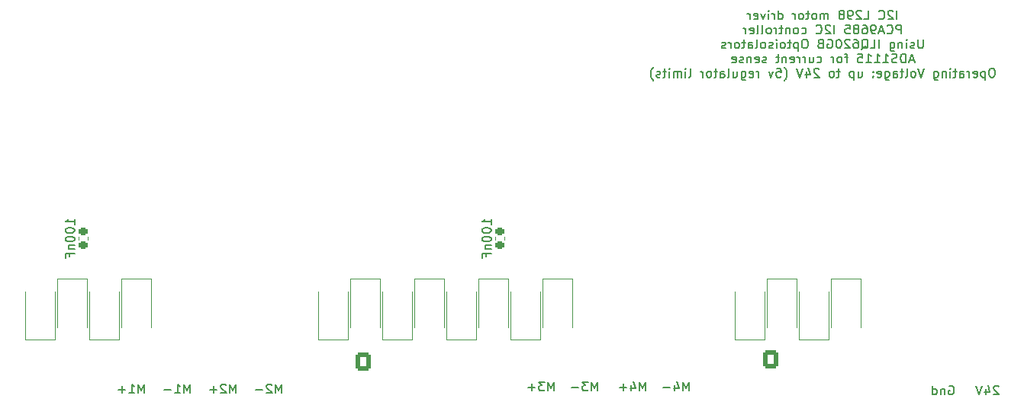
<source format=gbo>
%TF.GenerationSoftware,KiCad,Pcbnew,(6.0.0)*%
%TF.CreationDate,2022-11-20T23:13:48-05:00*%
%TF.ProjectId,i2c l298p,69326320-6c32-4393-9870-2e6b69636164,rev?*%
%TF.SameCoordinates,Original*%
%TF.FileFunction,Legend,Bot*%
%TF.FilePolarity,Positive*%
%FSLAX46Y46*%
G04 Gerber Fmt 4.6, Leading zero omitted, Abs format (unit mm)*
G04 Created by KiCad (PCBNEW (6.0.0)) date 2022-11-20 23:13:48*
%MOMM*%
%LPD*%
G01*
G04 APERTURE LIST*
G04 Aperture macros list*
%AMRoundRect*
0 Rectangle with rounded corners*
0 $1 Rounding radius*
0 $2 $3 $4 $5 $6 $7 $8 $9 X,Y pos of 4 corners*
0 Add a 4 corners polygon primitive as box body*
4,1,4,$2,$3,$4,$5,$6,$7,$8,$9,$2,$3,0*
0 Add four circle primitives for the rounded corners*
1,1,$1+$1,$2,$3*
1,1,$1+$1,$4,$5*
1,1,$1+$1,$6,$7*
1,1,$1+$1,$8,$9*
0 Add four rect primitives between the rounded corners*
20,1,$1+$1,$2,$3,$4,$5,0*
20,1,$1+$1,$4,$5,$6,$7,0*
20,1,$1+$1,$6,$7,$8,$9,0*
20,1,$1+$1,$8,$9,$2,$3,0*%
G04 Aperture macros list end*
%ADD10C,0.150000*%
%ADD11C,0.120000*%
%ADD12R,2.600000X2.600000*%
%ADD13C,2.600000*%
%ADD14RoundRect,0.250000X-0.600000X-0.725000X0.600000X-0.725000X0.600000X0.725000X-0.600000X0.725000X0*%
%ADD15O,1.700000X1.950000*%
%ADD16R,1.800000X1.800000*%
%ADD17O,1.800000X1.800000*%
%ADD18C,3.200000*%
%ADD19O,3.500000X3.500000*%
%ADD20R,2.000000X1.905000*%
%ADD21O,2.000000X1.905000*%
%ADD22R,1.600000X1.600000*%
%ADD23C,1.600000*%
%ADD24R,1.700000X1.700000*%
%ADD25O,1.700000X1.700000*%
%ADD26RoundRect,0.225000X0.250000X-0.225000X0.250000X0.225000X-0.250000X0.225000X-0.250000X-0.225000X0*%
%ADD27R,1.800000X2.500000*%
G04 APERTURE END LIST*
D10*
X124618571Y-128976380D02*
X124618571Y-127976380D01*
X124285238Y-128690666D01*
X123951904Y-127976380D01*
X123951904Y-128976380D01*
X123523333Y-128071619D02*
X123475714Y-128024000D01*
X123380476Y-127976380D01*
X123142380Y-127976380D01*
X123047142Y-128024000D01*
X122999523Y-128071619D01*
X122951904Y-128166857D01*
X122951904Y-128262095D01*
X122999523Y-128404952D01*
X123570952Y-128976380D01*
X122951904Y-128976380D01*
X122523333Y-128595428D02*
X121761428Y-128595428D01*
X192896095Y-87402380D02*
X192896095Y-86402380D01*
X192467523Y-86497619D02*
X192419904Y-86450000D01*
X192324666Y-86402380D01*
X192086571Y-86402380D01*
X191991333Y-86450000D01*
X191943714Y-86497619D01*
X191896095Y-86592857D01*
X191896095Y-86688095D01*
X191943714Y-86830952D01*
X192515142Y-87402380D01*
X191896095Y-87402380D01*
X190896095Y-87307142D02*
X190943714Y-87354761D01*
X191086571Y-87402380D01*
X191181809Y-87402380D01*
X191324666Y-87354761D01*
X191419904Y-87259523D01*
X191467523Y-87164285D01*
X191515142Y-86973809D01*
X191515142Y-86830952D01*
X191467523Y-86640476D01*
X191419904Y-86545238D01*
X191324666Y-86450000D01*
X191181809Y-86402380D01*
X191086571Y-86402380D01*
X190943714Y-86450000D01*
X190896095Y-86497619D01*
X189229428Y-87402380D02*
X189705619Y-87402380D01*
X189705619Y-86402380D01*
X188943714Y-86497619D02*
X188896095Y-86450000D01*
X188800857Y-86402380D01*
X188562761Y-86402380D01*
X188467523Y-86450000D01*
X188419904Y-86497619D01*
X188372285Y-86592857D01*
X188372285Y-86688095D01*
X188419904Y-86830952D01*
X188991333Y-87402380D01*
X188372285Y-87402380D01*
X187896095Y-87402380D02*
X187705619Y-87402380D01*
X187610380Y-87354761D01*
X187562761Y-87307142D01*
X187467523Y-87164285D01*
X187419904Y-86973809D01*
X187419904Y-86592857D01*
X187467523Y-86497619D01*
X187515142Y-86450000D01*
X187610380Y-86402380D01*
X187800857Y-86402380D01*
X187896095Y-86450000D01*
X187943714Y-86497619D01*
X187991333Y-86592857D01*
X187991333Y-86830952D01*
X187943714Y-86926190D01*
X187896095Y-86973809D01*
X187800857Y-87021428D01*
X187610380Y-87021428D01*
X187515142Y-86973809D01*
X187467523Y-86926190D01*
X187419904Y-86830952D01*
X186848476Y-86830952D02*
X186943714Y-86783333D01*
X186991333Y-86735714D01*
X187038952Y-86640476D01*
X187038952Y-86592857D01*
X186991333Y-86497619D01*
X186943714Y-86450000D01*
X186848476Y-86402380D01*
X186658000Y-86402380D01*
X186562761Y-86450000D01*
X186515142Y-86497619D01*
X186467523Y-86592857D01*
X186467523Y-86640476D01*
X186515142Y-86735714D01*
X186562761Y-86783333D01*
X186658000Y-86830952D01*
X186848476Y-86830952D01*
X186943714Y-86878571D01*
X186991333Y-86926190D01*
X187038952Y-87021428D01*
X187038952Y-87211904D01*
X186991333Y-87307142D01*
X186943714Y-87354761D01*
X186848476Y-87402380D01*
X186658000Y-87402380D01*
X186562761Y-87354761D01*
X186515142Y-87307142D01*
X186467523Y-87211904D01*
X186467523Y-87021428D01*
X186515142Y-86926190D01*
X186562761Y-86878571D01*
X186658000Y-86830952D01*
X185277047Y-87402380D02*
X185277047Y-86735714D01*
X185277047Y-86830952D02*
X185229428Y-86783333D01*
X185134190Y-86735714D01*
X184991333Y-86735714D01*
X184896095Y-86783333D01*
X184848476Y-86878571D01*
X184848476Y-87402380D01*
X184848476Y-86878571D02*
X184800857Y-86783333D01*
X184705619Y-86735714D01*
X184562761Y-86735714D01*
X184467523Y-86783333D01*
X184419904Y-86878571D01*
X184419904Y-87402380D01*
X183800857Y-87402380D02*
X183896095Y-87354761D01*
X183943714Y-87307142D01*
X183991333Y-87211904D01*
X183991333Y-86926190D01*
X183943714Y-86830952D01*
X183896095Y-86783333D01*
X183800857Y-86735714D01*
X183658000Y-86735714D01*
X183562761Y-86783333D01*
X183515142Y-86830952D01*
X183467523Y-86926190D01*
X183467523Y-87211904D01*
X183515142Y-87307142D01*
X183562761Y-87354761D01*
X183658000Y-87402380D01*
X183800857Y-87402380D01*
X183181809Y-86735714D02*
X182800857Y-86735714D01*
X183038952Y-86402380D02*
X183038952Y-87259523D01*
X182991333Y-87354761D01*
X182896095Y-87402380D01*
X182800857Y-87402380D01*
X182324666Y-87402380D02*
X182419904Y-87354761D01*
X182467523Y-87307142D01*
X182515142Y-87211904D01*
X182515142Y-86926190D01*
X182467523Y-86830952D01*
X182419904Y-86783333D01*
X182324666Y-86735714D01*
X182181809Y-86735714D01*
X182086571Y-86783333D01*
X182038952Y-86830952D01*
X181991333Y-86926190D01*
X181991333Y-87211904D01*
X182038952Y-87307142D01*
X182086571Y-87354761D01*
X182181809Y-87402380D01*
X182324666Y-87402380D01*
X181562761Y-87402380D02*
X181562761Y-86735714D01*
X181562761Y-86926190D02*
X181515142Y-86830952D01*
X181467523Y-86783333D01*
X181372285Y-86735714D01*
X181277047Y-86735714D01*
X179753238Y-87402380D02*
X179753238Y-86402380D01*
X179753238Y-87354761D02*
X179848476Y-87402380D01*
X180038952Y-87402380D01*
X180134190Y-87354761D01*
X180181809Y-87307142D01*
X180229428Y-87211904D01*
X180229428Y-86926190D01*
X180181809Y-86830952D01*
X180134190Y-86783333D01*
X180038952Y-86735714D01*
X179848476Y-86735714D01*
X179753238Y-86783333D01*
X179277047Y-87402380D02*
X179277047Y-86735714D01*
X179277047Y-86926190D02*
X179229428Y-86830952D01*
X179181809Y-86783333D01*
X179086571Y-86735714D01*
X178991333Y-86735714D01*
X178658000Y-87402380D02*
X178658000Y-86735714D01*
X178658000Y-86402380D02*
X178705619Y-86450000D01*
X178658000Y-86497619D01*
X178610380Y-86450000D01*
X178658000Y-86402380D01*
X178658000Y-86497619D01*
X178277047Y-86735714D02*
X178038952Y-87402380D01*
X177800857Y-86735714D01*
X177038952Y-87354761D02*
X177134190Y-87402380D01*
X177324666Y-87402380D01*
X177419904Y-87354761D01*
X177467523Y-87259523D01*
X177467523Y-86878571D01*
X177419904Y-86783333D01*
X177324666Y-86735714D01*
X177134190Y-86735714D01*
X177038952Y-86783333D01*
X176991333Y-86878571D01*
X176991333Y-86973809D01*
X177467523Y-87069047D01*
X176562761Y-87402380D02*
X176562761Y-86735714D01*
X176562761Y-86926190D02*
X176515142Y-86830952D01*
X176467523Y-86783333D01*
X176372285Y-86735714D01*
X176277047Y-86735714D01*
X193372285Y-89012380D02*
X193372285Y-88012380D01*
X192991333Y-88012380D01*
X192896095Y-88060000D01*
X192848476Y-88107619D01*
X192800857Y-88202857D01*
X192800857Y-88345714D01*
X192848476Y-88440952D01*
X192896095Y-88488571D01*
X192991333Y-88536190D01*
X193372285Y-88536190D01*
X191800857Y-88917142D02*
X191848476Y-88964761D01*
X191991333Y-89012380D01*
X192086571Y-89012380D01*
X192229428Y-88964761D01*
X192324666Y-88869523D01*
X192372285Y-88774285D01*
X192419904Y-88583809D01*
X192419904Y-88440952D01*
X192372285Y-88250476D01*
X192324666Y-88155238D01*
X192229428Y-88060000D01*
X192086571Y-88012380D01*
X191991333Y-88012380D01*
X191848476Y-88060000D01*
X191800857Y-88107619D01*
X191419904Y-88726666D02*
X190943714Y-88726666D01*
X191515142Y-89012380D02*
X191181809Y-88012380D01*
X190848476Y-89012380D01*
X190467523Y-89012380D02*
X190277047Y-89012380D01*
X190181809Y-88964761D01*
X190134190Y-88917142D01*
X190038952Y-88774285D01*
X189991333Y-88583809D01*
X189991333Y-88202857D01*
X190038952Y-88107619D01*
X190086571Y-88060000D01*
X190181809Y-88012380D01*
X190372285Y-88012380D01*
X190467523Y-88060000D01*
X190515142Y-88107619D01*
X190562761Y-88202857D01*
X190562761Y-88440952D01*
X190515142Y-88536190D01*
X190467523Y-88583809D01*
X190372285Y-88631428D01*
X190181809Y-88631428D01*
X190086571Y-88583809D01*
X190038952Y-88536190D01*
X189991333Y-88440952D01*
X189134190Y-88012380D02*
X189324666Y-88012380D01*
X189419904Y-88060000D01*
X189467523Y-88107619D01*
X189562761Y-88250476D01*
X189610380Y-88440952D01*
X189610380Y-88821904D01*
X189562761Y-88917142D01*
X189515142Y-88964761D01*
X189419904Y-89012380D01*
X189229428Y-89012380D01*
X189134190Y-88964761D01*
X189086571Y-88917142D01*
X189038952Y-88821904D01*
X189038952Y-88583809D01*
X189086571Y-88488571D01*
X189134190Y-88440952D01*
X189229428Y-88393333D01*
X189419904Y-88393333D01*
X189515142Y-88440952D01*
X189562761Y-88488571D01*
X189610380Y-88583809D01*
X188467523Y-88440952D02*
X188562761Y-88393333D01*
X188610380Y-88345714D01*
X188658000Y-88250476D01*
X188658000Y-88202857D01*
X188610380Y-88107619D01*
X188562761Y-88060000D01*
X188467523Y-88012380D01*
X188277047Y-88012380D01*
X188181809Y-88060000D01*
X188134190Y-88107619D01*
X188086571Y-88202857D01*
X188086571Y-88250476D01*
X188134190Y-88345714D01*
X188181809Y-88393333D01*
X188277047Y-88440952D01*
X188467523Y-88440952D01*
X188562761Y-88488571D01*
X188610380Y-88536190D01*
X188658000Y-88631428D01*
X188658000Y-88821904D01*
X188610380Y-88917142D01*
X188562761Y-88964761D01*
X188467523Y-89012380D01*
X188277047Y-89012380D01*
X188181809Y-88964761D01*
X188134190Y-88917142D01*
X188086571Y-88821904D01*
X188086571Y-88631428D01*
X188134190Y-88536190D01*
X188181809Y-88488571D01*
X188277047Y-88440952D01*
X187181809Y-88012380D02*
X187658000Y-88012380D01*
X187705619Y-88488571D01*
X187658000Y-88440952D01*
X187562761Y-88393333D01*
X187324666Y-88393333D01*
X187229428Y-88440952D01*
X187181809Y-88488571D01*
X187134190Y-88583809D01*
X187134190Y-88821904D01*
X187181809Y-88917142D01*
X187229428Y-88964761D01*
X187324666Y-89012380D01*
X187562761Y-89012380D01*
X187658000Y-88964761D01*
X187705619Y-88917142D01*
X185943714Y-89012380D02*
X185943714Y-88012380D01*
X185515142Y-88107619D02*
X185467523Y-88060000D01*
X185372285Y-88012380D01*
X185134190Y-88012380D01*
X185038952Y-88060000D01*
X184991333Y-88107619D01*
X184943714Y-88202857D01*
X184943714Y-88298095D01*
X184991333Y-88440952D01*
X185562761Y-89012380D01*
X184943714Y-89012380D01*
X183943714Y-88917142D02*
X183991333Y-88964761D01*
X184134190Y-89012380D01*
X184229428Y-89012380D01*
X184372285Y-88964761D01*
X184467523Y-88869523D01*
X184515142Y-88774285D01*
X184562761Y-88583809D01*
X184562761Y-88440952D01*
X184515142Y-88250476D01*
X184467523Y-88155238D01*
X184372285Y-88060000D01*
X184229428Y-88012380D01*
X184134190Y-88012380D01*
X183991333Y-88060000D01*
X183943714Y-88107619D01*
X182324666Y-88964761D02*
X182419904Y-89012380D01*
X182610380Y-89012380D01*
X182705619Y-88964761D01*
X182753238Y-88917142D01*
X182800857Y-88821904D01*
X182800857Y-88536190D01*
X182753238Y-88440952D01*
X182705619Y-88393333D01*
X182610380Y-88345714D01*
X182419904Y-88345714D01*
X182324666Y-88393333D01*
X181753238Y-89012380D02*
X181848476Y-88964761D01*
X181896095Y-88917142D01*
X181943714Y-88821904D01*
X181943714Y-88536190D01*
X181896095Y-88440952D01*
X181848476Y-88393333D01*
X181753238Y-88345714D01*
X181610380Y-88345714D01*
X181515142Y-88393333D01*
X181467523Y-88440952D01*
X181419904Y-88536190D01*
X181419904Y-88821904D01*
X181467523Y-88917142D01*
X181515142Y-88964761D01*
X181610380Y-89012380D01*
X181753238Y-89012380D01*
X180991333Y-88345714D02*
X180991333Y-89012380D01*
X180991333Y-88440952D02*
X180943714Y-88393333D01*
X180848476Y-88345714D01*
X180705619Y-88345714D01*
X180610380Y-88393333D01*
X180562761Y-88488571D01*
X180562761Y-89012380D01*
X180229428Y-88345714D02*
X179848476Y-88345714D01*
X180086571Y-88012380D02*
X180086571Y-88869523D01*
X180038952Y-88964761D01*
X179943714Y-89012380D01*
X179848476Y-89012380D01*
X179515142Y-89012380D02*
X179515142Y-88345714D01*
X179515142Y-88536190D02*
X179467523Y-88440952D01*
X179419904Y-88393333D01*
X179324666Y-88345714D01*
X179229428Y-88345714D01*
X178753238Y-89012380D02*
X178848476Y-88964761D01*
X178896095Y-88917142D01*
X178943714Y-88821904D01*
X178943714Y-88536190D01*
X178896095Y-88440952D01*
X178848476Y-88393333D01*
X178753238Y-88345714D01*
X178610380Y-88345714D01*
X178515142Y-88393333D01*
X178467523Y-88440952D01*
X178419904Y-88536190D01*
X178419904Y-88821904D01*
X178467523Y-88917142D01*
X178515142Y-88964761D01*
X178610380Y-89012380D01*
X178753238Y-89012380D01*
X177848476Y-89012380D02*
X177943714Y-88964761D01*
X177991333Y-88869523D01*
X177991333Y-88012380D01*
X177324666Y-89012380D02*
X177419904Y-88964761D01*
X177467523Y-88869523D01*
X177467523Y-88012380D01*
X176562761Y-88964761D02*
X176658000Y-89012380D01*
X176848476Y-89012380D01*
X176943714Y-88964761D01*
X176991333Y-88869523D01*
X176991333Y-88488571D01*
X176943714Y-88393333D01*
X176848476Y-88345714D01*
X176658000Y-88345714D01*
X176562761Y-88393333D01*
X176515142Y-88488571D01*
X176515142Y-88583809D01*
X176991333Y-88679047D01*
X176086571Y-89012380D02*
X176086571Y-88345714D01*
X176086571Y-88536190D02*
X176038952Y-88440952D01*
X175991333Y-88393333D01*
X175896095Y-88345714D01*
X175800857Y-88345714D01*
X195824666Y-89622380D02*
X195824666Y-90431904D01*
X195777047Y-90527142D01*
X195729428Y-90574761D01*
X195634190Y-90622380D01*
X195443714Y-90622380D01*
X195348476Y-90574761D01*
X195300857Y-90527142D01*
X195253238Y-90431904D01*
X195253238Y-89622380D01*
X194824666Y-90574761D02*
X194729428Y-90622380D01*
X194538952Y-90622380D01*
X194443714Y-90574761D01*
X194396095Y-90479523D01*
X194396095Y-90431904D01*
X194443714Y-90336666D01*
X194538952Y-90289047D01*
X194681809Y-90289047D01*
X194777047Y-90241428D01*
X194824666Y-90146190D01*
X194824666Y-90098571D01*
X194777047Y-90003333D01*
X194681809Y-89955714D01*
X194538952Y-89955714D01*
X194443714Y-90003333D01*
X193967523Y-90622380D02*
X193967523Y-89955714D01*
X193967523Y-89622380D02*
X194015142Y-89670000D01*
X193967523Y-89717619D01*
X193919904Y-89670000D01*
X193967523Y-89622380D01*
X193967523Y-89717619D01*
X193491333Y-89955714D02*
X193491333Y-90622380D01*
X193491333Y-90050952D02*
X193443714Y-90003333D01*
X193348476Y-89955714D01*
X193205619Y-89955714D01*
X193110380Y-90003333D01*
X193062761Y-90098571D01*
X193062761Y-90622380D01*
X192158000Y-89955714D02*
X192158000Y-90765238D01*
X192205619Y-90860476D01*
X192253238Y-90908095D01*
X192348476Y-90955714D01*
X192491333Y-90955714D01*
X192586571Y-90908095D01*
X192158000Y-90574761D02*
X192253238Y-90622380D01*
X192443714Y-90622380D01*
X192538952Y-90574761D01*
X192586571Y-90527142D01*
X192634190Y-90431904D01*
X192634190Y-90146190D01*
X192586571Y-90050952D01*
X192538952Y-90003333D01*
X192443714Y-89955714D01*
X192253238Y-89955714D01*
X192158000Y-90003333D01*
X190919904Y-90622380D02*
X190919904Y-89622380D01*
X189967523Y-90622380D02*
X190443714Y-90622380D01*
X190443714Y-89622380D01*
X188967523Y-90717619D02*
X189062761Y-90670000D01*
X189158000Y-90574761D01*
X189300857Y-90431904D01*
X189396095Y-90384285D01*
X189491333Y-90384285D01*
X189443714Y-90622380D02*
X189538952Y-90574761D01*
X189634190Y-90479523D01*
X189681809Y-90289047D01*
X189681809Y-89955714D01*
X189634190Y-89765238D01*
X189538952Y-89670000D01*
X189443714Y-89622380D01*
X189253238Y-89622380D01*
X189158000Y-89670000D01*
X189062761Y-89765238D01*
X189015142Y-89955714D01*
X189015142Y-90289047D01*
X189062761Y-90479523D01*
X189158000Y-90574761D01*
X189253238Y-90622380D01*
X189443714Y-90622380D01*
X188158000Y-89622380D02*
X188348476Y-89622380D01*
X188443714Y-89670000D01*
X188491333Y-89717619D01*
X188586571Y-89860476D01*
X188634190Y-90050952D01*
X188634190Y-90431904D01*
X188586571Y-90527142D01*
X188538952Y-90574761D01*
X188443714Y-90622380D01*
X188253238Y-90622380D01*
X188158000Y-90574761D01*
X188110380Y-90527142D01*
X188062761Y-90431904D01*
X188062761Y-90193809D01*
X188110380Y-90098571D01*
X188158000Y-90050952D01*
X188253238Y-90003333D01*
X188443714Y-90003333D01*
X188538952Y-90050952D01*
X188586571Y-90098571D01*
X188634190Y-90193809D01*
X187681809Y-89717619D02*
X187634190Y-89670000D01*
X187538952Y-89622380D01*
X187300857Y-89622380D01*
X187205619Y-89670000D01*
X187158000Y-89717619D01*
X187110380Y-89812857D01*
X187110380Y-89908095D01*
X187158000Y-90050952D01*
X187729428Y-90622380D01*
X187110380Y-90622380D01*
X186491333Y-89622380D02*
X186396095Y-89622380D01*
X186300857Y-89670000D01*
X186253238Y-89717619D01*
X186205619Y-89812857D01*
X186158000Y-90003333D01*
X186158000Y-90241428D01*
X186205619Y-90431904D01*
X186253238Y-90527142D01*
X186300857Y-90574761D01*
X186396095Y-90622380D01*
X186491333Y-90622380D01*
X186586571Y-90574761D01*
X186634190Y-90527142D01*
X186681809Y-90431904D01*
X186729428Y-90241428D01*
X186729428Y-90003333D01*
X186681809Y-89812857D01*
X186634190Y-89717619D01*
X186586571Y-89670000D01*
X186491333Y-89622380D01*
X185205619Y-89670000D02*
X185300857Y-89622380D01*
X185443714Y-89622380D01*
X185586571Y-89670000D01*
X185681809Y-89765238D01*
X185729428Y-89860476D01*
X185777047Y-90050952D01*
X185777047Y-90193809D01*
X185729428Y-90384285D01*
X185681809Y-90479523D01*
X185586571Y-90574761D01*
X185443714Y-90622380D01*
X185348476Y-90622380D01*
X185205619Y-90574761D01*
X185158000Y-90527142D01*
X185158000Y-90193809D01*
X185348476Y-90193809D01*
X184396095Y-90098571D02*
X184253238Y-90146190D01*
X184205619Y-90193809D01*
X184158000Y-90289047D01*
X184158000Y-90431904D01*
X184205619Y-90527142D01*
X184253238Y-90574761D01*
X184348476Y-90622380D01*
X184729428Y-90622380D01*
X184729428Y-89622380D01*
X184396095Y-89622380D01*
X184300857Y-89670000D01*
X184253238Y-89717619D01*
X184205619Y-89812857D01*
X184205619Y-89908095D01*
X184253238Y-90003333D01*
X184300857Y-90050952D01*
X184396095Y-90098571D01*
X184729428Y-90098571D01*
X182777047Y-89622380D02*
X182586571Y-89622380D01*
X182491333Y-89670000D01*
X182396095Y-89765238D01*
X182348476Y-89955714D01*
X182348476Y-90289047D01*
X182396095Y-90479523D01*
X182491333Y-90574761D01*
X182586571Y-90622380D01*
X182777047Y-90622380D01*
X182872285Y-90574761D01*
X182967523Y-90479523D01*
X183015142Y-90289047D01*
X183015142Y-89955714D01*
X182967523Y-89765238D01*
X182872285Y-89670000D01*
X182777047Y-89622380D01*
X181919904Y-89955714D02*
X181919904Y-90955714D01*
X181919904Y-90003333D02*
X181824666Y-89955714D01*
X181634190Y-89955714D01*
X181538952Y-90003333D01*
X181491333Y-90050952D01*
X181443714Y-90146190D01*
X181443714Y-90431904D01*
X181491333Y-90527142D01*
X181538952Y-90574761D01*
X181634190Y-90622380D01*
X181824666Y-90622380D01*
X181919904Y-90574761D01*
X181158000Y-89955714D02*
X180777047Y-89955714D01*
X181015142Y-89622380D02*
X181015142Y-90479523D01*
X180967523Y-90574761D01*
X180872285Y-90622380D01*
X180777047Y-90622380D01*
X180300857Y-90622380D02*
X180396095Y-90574761D01*
X180443714Y-90527142D01*
X180491333Y-90431904D01*
X180491333Y-90146190D01*
X180443714Y-90050952D01*
X180396095Y-90003333D01*
X180300857Y-89955714D01*
X180158000Y-89955714D01*
X180062761Y-90003333D01*
X180015142Y-90050952D01*
X179967523Y-90146190D01*
X179967523Y-90431904D01*
X180015142Y-90527142D01*
X180062761Y-90574761D01*
X180158000Y-90622380D01*
X180300857Y-90622380D01*
X179538952Y-90622380D02*
X179538952Y-89955714D01*
X179538952Y-89622380D02*
X179586571Y-89670000D01*
X179538952Y-89717619D01*
X179491333Y-89670000D01*
X179538952Y-89622380D01*
X179538952Y-89717619D01*
X179110380Y-90574761D02*
X179015142Y-90622380D01*
X178824666Y-90622380D01*
X178729428Y-90574761D01*
X178681809Y-90479523D01*
X178681809Y-90431904D01*
X178729428Y-90336666D01*
X178824666Y-90289047D01*
X178967523Y-90289047D01*
X179062761Y-90241428D01*
X179110380Y-90146190D01*
X179110380Y-90098571D01*
X179062761Y-90003333D01*
X178967523Y-89955714D01*
X178824666Y-89955714D01*
X178729428Y-90003333D01*
X178110380Y-90622380D02*
X178205619Y-90574761D01*
X178253238Y-90527142D01*
X178300857Y-90431904D01*
X178300857Y-90146190D01*
X178253238Y-90050952D01*
X178205619Y-90003333D01*
X178110380Y-89955714D01*
X177967523Y-89955714D01*
X177872285Y-90003333D01*
X177824666Y-90050952D01*
X177777047Y-90146190D01*
X177777047Y-90431904D01*
X177824666Y-90527142D01*
X177872285Y-90574761D01*
X177967523Y-90622380D01*
X178110380Y-90622380D01*
X177205619Y-90622380D02*
X177300857Y-90574761D01*
X177348476Y-90479523D01*
X177348476Y-89622380D01*
X176396095Y-90622380D02*
X176396095Y-90098571D01*
X176443714Y-90003333D01*
X176538952Y-89955714D01*
X176729428Y-89955714D01*
X176824666Y-90003333D01*
X176396095Y-90574761D02*
X176491333Y-90622380D01*
X176729428Y-90622380D01*
X176824666Y-90574761D01*
X176872285Y-90479523D01*
X176872285Y-90384285D01*
X176824666Y-90289047D01*
X176729428Y-90241428D01*
X176491333Y-90241428D01*
X176396095Y-90193809D01*
X176062761Y-89955714D02*
X175681809Y-89955714D01*
X175919904Y-89622380D02*
X175919904Y-90479523D01*
X175872285Y-90574761D01*
X175777047Y-90622380D01*
X175681809Y-90622380D01*
X175205619Y-90622380D02*
X175300857Y-90574761D01*
X175348476Y-90527142D01*
X175396095Y-90431904D01*
X175396095Y-90146190D01*
X175348476Y-90050952D01*
X175300857Y-90003333D01*
X175205619Y-89955714D01*
X175062761Y-89955714D01*
X174967523Y-90003333D01*
X174919904Y-90050952D01*
X174872285Y-90146190D01*
X174872285Y-90431904D01*
X174919904Y-90527142D01*
X174967523Y-90574761D01*
X175062761Y-90622380D01*
X175205619Y-90622380D01*
X174443714Y-90622380D02*
X174443714Y-89955714D01*
X174443714Y-90146190D02*
X174396095Y-90050952D01*
X174348476Y-90003333D01*
X174253238Y-89955714D01*
X174158000Y-89955714D01*
X173872285Y-90574761D02*
X173777047Y-90622380D01*
X173586571Y-90622380D01*
X173491333Y-90574761D01*
X173443714Y-90479523D01*
X173443714Y-90431904D01*
X173491333Y-90336666D01*
X173586571Y-90289047D01*
X173729428Y-90289047D01*
X173824666Y-90241428D01*
X173872285Y-90146190D01*
X173872285Y-90098571D01*
X173824666Y-90003333D01*
X173729428Y-89955714D01*
X173586571Y-89955714D01*
X173491333Y-90003333D01*
X194753238Y-91946666D02*
X194277047Y-91946666D01*
X194848476Y-92232380D02*
X194515142Y-91232380D01*
X194181809Y-92232380D01*
X193848476Y-92232380D02*
X193848476Y-91232380D01*
X193610380Y-91232380D01*
X193467523Y-91280000D01*
X193372285Y-91375238D01*
X193324666Y-91470476D01*
X193277047Y-91660952D01*
X193277047Y-91803809D01*
X193324666Y-91994285D01*
X193372285Y-92089523D01*
X193467523Y-92184761D01*
X193610380Y-92232380D01*
X193848476Y-92232380D01*
X192896095Y-92184761D02*
X192753238Y-92232380D01*
X192515142Y-92232380D01*
X192419904Y-92184761D01*
X192372285Y-92137142D01*
X192324666Y-92041904D01*
X192324666Y-91946666D01*
X192372285Y-91851428D01*
X192419904Y-91803809D01*
X192515142Y-91756190D01*
X192705619Y-91708571D01*
X192800857Y-91660952D01*
X192848476Y-91613333D01*
X192896095Y-91518095D01*
X192896095Y-91422857D01*
X192848476Y-91327619D01*
X192800857Y-91280000D01*
X192705619Y-91232380D01*
X192467523Y-91232380D01*
X192324666Y-91280000D01*
X191372285Y-92232380D02*
X191943714Y-92232380D01*
X191658000Y-92232380D02*
X191658000Y-91232380D01*
X191753238Y-91375238D01*
X191848476Y-91470476D01*
X191943714Y-91518095D01*
X190419904Y-92232380D02*
X190991333Y-92232380D01*
X190705619Y-92232380D02*
X190705619Y-91232380D01*
X190800857Y-91375238D01*
X190896095Y-91470476D01*
X190991333Y-91518095D01*
X189467523Y-92232380D02*
X190038952Y-92232380D01*
X189753238Y-92232380D02*
X189753238Y-91232380D01*
X189848476Y-91375238D01*
X189943714Y-91470476D01*
X190038952Y-91518095D01*
X188562761Y-91232380D02*
X189038952Y-91232380D01*
X189086571Y-91708571D01*
X189038952Y-91660952D01*
X188943714Y-91613333D01*
X188705619Y-91613333D01*
X188610380Y-91660952D01*
X188562761Y-91708571D01*
X188515142Y-91803809D01*
X188515142Y-92041904D01*
X188562761Y-92137142D01*
X188610380Y-92184761D01*
X188705619Y-92232380D01*
X188943714Y-92232380D01*
X189038952Y-92184761D01*
X189086571Y-92137142D01*
X187467523Y-91565714D02*
X187086571Y-91565714D01*
X187324666Y-92232380D02*
X187324666Y-91375238D01*
X187277047Y-91280000D01*
X187181809Y-91232380D01*
X187086571Y-91232380D01*
X186610380Y-92232380D02*
X186705619Y-92184761D01*
X186753238Y-92137142D01*
X186800857Y-92041904D01*
X186800857Y-91756190D01*
X186753238Y-91660952D01*
X186705619Y-91613333D01*
X186610380Y-91565714D01*
X186467523Y-91565714D01*
X186372285Y-91613333D01*
X186324666Y-91660952D01*
X186277047Y-91756190D01*
X186277047Y-92041904D01*
X186324666Y-92137142D01*
X186372285Y-92184761D01*
X186467523Y-92232380D01*
X186610380Y-92232380D01*
X185848476Y-92232380D02*
X185848476Y-91565714D01*
X185848476Y-91756190D02*
X185800857Y-91660952D01*
X185753238Y-91613333D01*
X185658000Y-91565714D01*
X185562761Y-91565714D01*
X184038952Y-92184761D02*
X184134190Y-92232380D01*
X184324666Y-92232380D01*
X184419904Y-92184761D01*
X184467523Y-92137142D01*
X184515142Y-92041904D01*
X184515142Y-91756190D01*
X184467523Y-91660952D01*
X184419904Y-91613333D01*
X184324666Y-91565714D01*
X184134190Y-91565714D01*
X184038952Y-91613333D01*
X183181809Y-91565714D02*
X183181809Y-92232380D01*
X183610380Y-91565714D02*
X183610380Y-92089523D01*
X183562761Y-92184761D01*
X183467523Y-92232380D01*
X183324666Y-92232380D01*
X183229428Y-92184761D01*
X183181809Y-92137142D01*
X182705619Y-92232380D02*
X182705619Y-91565714D01*
X182705619Y-91756190D02*
X182658000Y-91660952D01*
X182610380Y-91613333D01*
X182515142Y-91565714D01*
X182419904Y-91565714D01*
X182086571Y-92232380D02*
X182086571Y-91565714D01*
X182086571Y-91756190D02*
X182038952Y-91660952D01*
X181991333Y-91613333D01*
X181896095Y-91565714D01*
X181800857Y-91565714D01*
X181086571Y-92184761D02*
X181181809Y-92232380D01*
X181372285Y-92232380D01*
X181467523Y-92184761D01*
X181515142Y-92089523D01*
X181515142Y-91708571D01*
X181467523Y-91613333D01*
X181372285Y-91565714D01*
X181181809Y-91565714D01*
X181086571Y-91613333D01*
X181038952Y-91708571D01*
X181038952Y-91803809D01*
X181515142Y-91899047D01*
X180610380Y-91565714D02*
X180610380Y-92232380D01*
X180610380Y-91660952D02*
X180562761Y-91613333D01*
X180467523Y-91565714D01*
X180324666Y-91565714D01*
X180229428Y-91613333D01*
X180181809Y-91708571D01*
X180181809Y-92232380D01*
X179848476Y-91565714D02*
X179467523Y-91565714D01*
X179705619Y-91232380D02*
X179705619Y-92089523D01*
X179658000Y-92184761D01*
X179562761Y-92232380D01*
X179467523Y-92232380D01*
X178419904Y-92184761D02*
X178324666Y-92232380D01*
X178134190Y-92232380D01*
X178038952Y-92184761D01*
X177991333Y-92089523D01*
X177991333Y-92041904D01*
X178038952Y-91946666D01*
X178134190Y-91899047D01*
X178277047Y-91899047D01*
X178372285Y-91851428D01*
X178419904Y-91756190D01*
X178419904Y-91708571D01*
X178372285Y-91613333D01*
X178277047Y-91565714D01*
X178134190Y-91565714D01*
X178038952Y-91613333D01*
X177181809Y-92184761D02*
X177277047Y-92232380D01*
X177467523Y-92232380D01*
X177562761Y-92184761D01*
X177610380Y-92089523D01*
X177610380Y-91708571D01*
X177562761Y-91613333D01*
X177467523Y-91565714D01*
X177277047Y-91565714D01*
X177181809Y-91613333D01*
X177134190Y-91708571D01*
X177134190Y-91803809D01*
X177610380Y-91899047D01*
X176705619Y-91565714D02*
X176705619Y-92232380D01*
X176705619Y-91660952D02*
X176658000Y-91613333D01*
X176562761Y-91565714D01*
X176419904Y-91565714D01*
X176324666Y-91613333D01*
X176277047Y-91708571D01*
X176277047Y-92232380D01*
X175848476Y-92184761D02*
X175753238Y-92232380D01*
X175562761Y-92232380D01*
X175467523Y-92184761D01*
X175419904Y-92089523D01*
X175419904Y-92041904D01*
X175467523Y-91946666D01*
X175562761Y-91899047D01*
X175705619Y-91899047D01*
X175800857Y-91851428D01*
X175848476Y-91756190D01*
X175848476Y-91708571D01*
X175800857Y-91613333D01*
X175705619Y-91565714D01*
X175562761Y-91565714D01*
X175467523Y-91613333D01*
X174610380Y-92184761D02*
X174705619Y-92232380D01*
X174896095Y-92232380D01*
X174991333Y-92184761D01*
X175038952Y-92089523D01*
X175038952Y-91708571D01*
X174991333Y-91613333D01*
X174896095Y-91565714D01*
X174705619Y-91565714D01*
X174610380Y-91613333D01*
X174562761Y-91708571D01*
X174562761Y-91803809D01*
X175038952Y-91899047D01*
X203538952Y-92842380D02*
X203348476Y-92842380D01*
X203253238Y-92890000D01*
X203158000Y-92985238D01*
X203110380Y-93175714D01*
X203110380Y-93509047D01*
X203158000Y-93699523D01*
X203253238Y-93794761D01*
X203348476Y-93842380D01*
X203538952Y-93842380D01*
X203634190Y-93794761D01*
X203729428Y-93699523D01*
X203777047Y-93509047D01*
X203777047Y-93175714D01*
X203729428Y-92985238D01*
X203634190Y-92890000D01*
X203538952Y-92842380D01*
X202681809Y-93175714D02*
X202681809Y-94175714D01*
X202681809Y-93223333D02*
X202586571Y-93175714D01*
X202396095Y-93175714D01*
X202300857Y-93223333D01*
X202253238Y-93270952D01*
X202205619Y-93366190D01*
X202205619Y-93651904D01*
X202253238Y-93747142D01*
X202300857Y-93794761D01*
X202396095Y-93842380D01*
X202586571Y-93842380D01*
X202681809Y-93794761D01*
X201396095Y-93794761D02*
X201491333Y-93842380D01*
X201681809Y-93842380D01*
X201777047Y-93794761D01*
X201824666Y-93699523D01*
X201824666Y-93318571D01*
X201777047Y-93223333D01*
X201681809Y-93175714D01*
X201491333Y-93175714D01*
X201396095Y-93223333D01*
X201348476Y-93318571D01*
X201348476Y-93413809D01*
X201824666Y-93509047D01*
X200919904Y-93842380D02*
X200919904Y-93175714D01*
X200919904Y-93366190D02*
X200872285Y-93270952D01*
X200824666Y-93223333D01*
X200729428Y-93175714D01*
X200634190Y-93175714D01*
X199872285Y-93842380D02*
X199872285Y-93318571D01*
X199919904Y-93223333D01*
X200015142Y-93175714D01*
X200205619Y-93175714D01*
X200300857Y-93223333D01*
X199872285Y-93794761D02*
X199967523Y-93842380D01*
X200205619Y-93842380D01*
X200300857Y-93794761D01*
X200348476Y-93699523D01*
X200348476Y-93604285D01*
X200300857Y-93509047D01*
X200205619Y-93461428D01*
X199967523Y-93461428D01*
X199872285Y-93413809D01*
X199538952Y-93175714D02*
X199158000Y-93175714D01*
X199396095Y-92842380D02*
X199396095Y-93699523D01*
X199348476Y-93794761D01*
X199253238Y-93842380D01*
X199158000Y-93842380D01*
X198824666Y-93842380D02*
X198824666Y-93175714D01*
X198824666Y-92842380D02*
X198872285Y-92890000D01*
X198824666Y-92937619D01*
X198777047Y-92890000D01*
X198824666Y-92842380D01*
X198824666Y-92937619D01*
X198348476Y-93175714D02*
X198348476Y-93842380D01*
X198348476Y-93270952D02*
X198300857Y-93223333D01*
X198205619Y-93175714D01*
X198062761Y-93175714D01*
X197967523Y-93223333D01*
X197919904Y-93318571D01*
X197919904Y-93842380D01*
X197015142Y-93175714D02*
X197015142Y-93985238D01*
X197062761Y-94080476D01*
X197110380Y-94128095D01*
X197205619Y-94175714D01*
X197348476Y-94175714D01*
X197443714Y-94128095D01*
X197015142Y-93794761D02*
X197110380Y-93842380D01*
X197300857Y-93842380D01*
X197396095Y-93794761D01*
X197443714Y-93747142D01*
X197491333Y-93651904D01*
X197491333Y-93366190D01*
X197443714Y-93270952D01*
X197396095Y-93223333D01*
X197300857Y-93175714D01*
X197110380Y-93175714D01*
X197015142Y-93223333D01*
X195919904Y-92842380D02*
X195586571Y-93842380D01*
X195253238Y-92842380D01*
X194777047Y-93842380D02*
X194872285Y-93794761D01*
X194919904Y-93747142D01*
X194967523Y-93651904D01*
X194967523Y-93366190D01*
X194919904Y-93270952D01*
X194872285Y-93223333D01*
X194777047Y-93175714D01*
X194634190Y-93175714D01*
X194538952Y-93223333D01*
X194491333Y-93270952D01*
X194443714Y-93366190D01*
X194443714Y-93651904D01*
X194491333Y-93747142D01*
X194538952Y-93794761D01*
X194634190Y-93842380D01*
X194777047Y-93842380D01*
X193872285Y-93842380D02*
X193967523Y-93794761D01*
X194015142Y-93699523D01*
X194015142Y-92842380D01*
X193634190Y-93175714D02*
X193253238Y-93175714D01*
X193491333Y-92842380D02*
X193491333Y-93699523D01*
X193443714Y-93794761D01*
X193348476Y-93842380D01*
X193253238Y-93842380D01*
X192491333Y-93842380D02*
X192491333Y-93318571D01*
X192538952Y-93223333D01*
X192634190Y-93175714D01*
X192824666Y-93175714D01*
X192919904Y-93223333D01*
X192491333Y-93794761D02*
X192586571Y-93842380D01*
X192824666Y-93842380D01*
X192919904Y-93794761D01*
X192967523Y-93699523D01*
X192967523Y-93604285D01*
X192919904Y-93509047D01*
X192824666Y-93461428D01*
X192586571Y-93461428D01*
X192491333Y-93413809D01*
X191586571Y-93175714D02*
X191586571Y-93985238D01*
X191634190Y-94080476D01*
X191681809Y-94128095D01*
X191777047Y-94175714D01*
X191919904Y-94175714D01*
X192015142Y-94128095D01*
X191586571Y-93794761D02*
X191681809Y-93842380D01*
X191872285Y-93842380D01*
X191967523Y-93794761D01*
X192015142Y-93747142D01*
X192062761Y-93651904D01*
X192062761Y-93366190D01*
X192015142Y-93270952D01*
X191967523Y-93223333D01*
X191872285Y-93175714D01*
X191681809Y-93175714D01*
X191586571Y-93223333D01*
X190729428Y-93794761D02*
X190824666Y-93842380D01*
X191015142Y-93842380D01*
X191110380Y-93794761D01*
X191158000Y-93699523D01*
X191158000Y-93318571D01*
X191110380Y-93223333D01*
X191015142Y-93175714D01*
X190824666Y-93175714D01*
X190729428Y-93223333D01*
X190681809Y-93318571D01*
X190681809Y-93413809D01*
X191158000Y-93509047D01*
X190253238Y-93747142D02*
X190205619Y-93794761D01*
X190253238Y-93842380D01*
X190300857Y-93794761D01*
X190253238Y-93747142D01*
X190253238Y-93842380D01*
X190253238Y-93223333D02*
X190205619Y-93270952D01*
X190253238Y-93318571D01*
X190300857Y-93270952D01*
X190253238Y-93223333D01*
X190253238Y-93318571D01*
X188586571Y-93175714D02*
X188586571Y-93842380D01*
X189015142Y-93175714D02*
X189015142Y-93699523D01*
X188967523Y-93794761D01*
X188872285Y-93842380D01*
X188729428Y-93842380D01*
X188634190Y-93794761D01*
X188586571Y-93747142D01*
X188110380Y-93175714D02*
X188110380Y-94175714D01*
X188110380Y-93223333D02*
X188015142Y-93175714D01*
X187824666Y-93175714D01*
X187729428Y-93223333D01*
X187681809Y-93270952D01*
X187634190Y-93366190D01*
X187634190Y-93651904D01*
X187681809Y-93747142D01*
X187729428Y-93794761D01*
X187824666Y-93842380D01*
X188015142Y-93842380D01*
X188110380Y-93794761D01*
X186586571Y-93175714D02*
X186205619Y-93175714D01*
X186443714Y-92842380D02*
X186443714Y-93699523D01*
X186396095Y-93794761D01*
X186300857Y-93842380D01*
X186205619Y-93842380D01*
X185729428Y-93842380D02*
X185824666Y-93794761D01*
X185872285Y-93747142D01*
X185919904Y-93651904D01*
X185919904Y-93366190D01*
X185872285Y-93270952D01*
X185824666Y-93223333D01*
X185729428Y-93175714D01*
X185586571Y-93175714D01*
X185491333Y-93223333D01*
X185443714Y-93270952D01*
X185396095Y-93366190D01*
X185396095Y-93651904D01*
X185443714Y-93747142D01*
X185491333Y-93794761D01*
X185586571Y-93842380D01*
X185729428Y-93842380D01*
X184253238Y-92937619D02*
X184205619Y-92890000D01*
X184110380Y-92842380D01*
X183872285Y-92842380D01*
X183777047Y-92890000D01*
X183729428Y-92937619D01*
X183681809Y-93032857D01*
X183681809Y-93128095D01*
X183729428Y-93270952D01*
X184300857Y-93842380D01*
X183681809Y-93842380D01*
X182824666Y-93175714D02*
X182824666Y-93842380D01*
X183062761Y-92794761D02*
X183300857Y-93509047D01*
X182681809Y-93509047D01*
X182443714Y-92842380D02*
X182110380Y-93842380D01*
X181777047Y-92842380D01*
X180396095Y-94223333D02*
X180443714Y-94175714D01*
X180538952Y-94032857D01*
X180586571Y-93937619D01*
X180634190Y-93794761D01*
X180681809Y-93556666D01*
X180681809Y-93366190D01*
X180634190Y-93128095D01*
X180586571Y-92985238D01*
X180538952Y-92890000D01*
X180443714Y-92747142D01*
X180396095Y-92699523D01*
X179538952Y-92842380D02*
X180015142Y-92842380D01*
X180062761Y-93318571D01*
X180015142Y-93270952D01*
X179919904Y-93223333D01*
X179681809Y-93223333D01*
X179586571Y-93270952D01*
X179538952Y-93318571D01*
X179491333Y-93413809D01*
X179491333Y-93651904D01*
X179538952Y-93747142D01*
X179586571Y-93794761D01*
X179681809Y-93842380D01*
X179919904Y-93842380D01*
X180015142Y-93794761D01*
X180062761Y-93747142D01*
X179158000Y-93175714D02*
X178919904Y-93842380D01*
X178681809Y-93175714D01*
X177538952Y-93842380D02*
X177538952Y-93175714D01*
X177538952Y-93366190D02*
X177491333Y-93270952D01*
X177443714Y-93223333D01*
X177348476Y-93175714D01*
X177253238Y-93175714D01*
X176538952Y-93794761D02*
X176634190Y-93842380D01*
X176824666Y-93842380D01*
X176919904Y-93794761D01*
X176967523Y-93699523D01*
X176967523Y-93318571D01*
X176919904Y-93223333D01*
X176824666Y-93175714D01*
X176634190Y-93175714D01*
X176538952Y-93223333D01*
X176491333Y-93318571D01*
X176491333Y-93413809D01*
X176967523Y-93509047D01*
X175634190Y-93175714D02*
X175634190Y-93985238D01*
X175681809Y-94080476D01*
X175729428Y-94128095D01*
X175824666Y-94175714D01*
X175967523Y-94175714D01*
X176062761Y-94128095D01*
X175634190Y-93794761D02*
X175729428Y-93842380D01*
X175919904Y-93842380D01*
X176015142Y-93794761D01*
X176062761Y-93747142D01*
X176110380Y-93651904D01*
X176110380Y-93366190D01*
X176062761Y-93270952D01*
X176015142Y-93223333D01*
X175919904Y-93175714D01*
X175729428Y-93175714D01*
X175634190Y-93223333D01*
X174729428Y-93175714D02*
X174729428Y-93842380D01*
X175158000Y-93175714D02*
X175158000Y-93699523D01*
X175110380Y-93794761D01*
X175015142Y-93842380D01*
X174872285Y-93842380D01*
X174777047Y-93794761D01*
X174729428Y-93747142D01*
X174110380Y-93842380D02*
X174205619Y-93794761D01*
X174253238Y-93699523D01*
X174253238Y-92842380D01*
X173300857Y-93842380D02*
X173300857Y-93318571D01*
X173348476Y-93223333D01*
X173443714Y-93175714D01*
X173634190Y-93175714D01*
X173729428Y-93223333D01*
X173300857Y-93794761D02*
X173396095Y-93842380D01*
X173634190Y-93842380D01*
X173729428Y-93794761D01*
X173777047Y-93699523D01*
X173777047Y-93604285D01*
X173729428Y-93509047D01*
X173634190Y-93461428D01*
X173396095Y-93461428D01*
X173300857Y-93413809D01*
X172967523Y-93175714D02*
X172586571Y-93175714D01*
X172824666Y-92842380D02*
X172824666Y-93699523D01*
X172777047Y-93794761D01*
X172681809Y-93842380D01*
X172586571Y-93842380D01*
X172110380Y-93842380D02*
X172205619Y-93794761D01*
X172253238Y-93747142D01*
X172300857Y-93651904D01*
X172300857Y-93366190D01*
X172253238Y-93270952D01*
X172205619Y-93223333D01*
X172110380Y-93175714D01*
X171967523Y-93175714D01*
X171872285Y-93223333D01*
X171824666Y-93270952D01*
X171777047Y-93366190D01*
X171777047Y-93651904D01*
X171824666Y-93747142D01*
X171872285Y-93794761D01*
X171967523Y-93842380D01*
X172110380Y-93842380D01*
X171348476Y-93842380D02*
X171348476Y-93175714D01*
X171348476Y-93366190D02*
X171300857Y-93270952D01*
X171253238Y-93223333D01*
X171158000Y-93175714D01*
X171062761Y-93175714D01*
X169824666Y-93842380D02*
X169919904Y-93794761D01*
X169967523Y-93699523D01*
X169967523Y-92842380D01*
X169443714Y-93842380D02*
X169443714Y-93175714D01*
X169443714Y-92842380D02*
X169491333Y-92890000D01*
X169443714Y-92937619D01*
X169396095Y-92890000D01*
X169443714Y-92842380D01*
X169443714Y-92937619D01*
X168967523Y-93842380D02*
X168967523Y-93175714D01*
X168967523Y-93270952D02*
X168919904Y-93223333D01*
X168824666Y-93175714D01*
X168681809Y-93175714D01*
X168586571Y-93223333D01*
X168538952Y-93318571D01*
X168538952Y-93842380D01*
X168538952Y-93318571D02*
X168491333Y-93223333D01*
X168396095Y-93175714D01*
X168253238Y-93175714D01*
X168158000Y-93223333D01*
X168110380Y-93318571D01*
X168110380Y-93842380D01*
X167634190Y-93842380D02*
X167634190Y-93175714D01*
X167634190Y-92842380D02*
X167681809Y-92890000D01*
X167634190Y-92937619D01*
X167586571Y-92890000D01*
X167634190Y-92842380D01*
X167634190Y-92937619D01*
X167300857Y-93175714D02*
X166919904Y-93175714D01*
X167158000Y-92842380D02*
X167158000Y-93699523D01*
X167110380Y-93794761D01*
X167015142Y-93842380D01*
X166919904Y-93842380D01*
X166634190Y-93794761D02*
X166538952Y-93842380D01*
X166348476Y-93842380D01*
X166253238Y-93794761D01*
X166205619Y-93699523D01*
X166205619Y-93651904D01*
X166253238Y-93556666D01*
X166348476Y-93509047D01*
X166491333Y-93509047D01*
X166586571Y-93461428D01*
X166634190Y-93366190D01*
X166634190Y-93318571D01*
X166586571Y-93223333D01*
X166491333Y-93175714D01*
X166348476Y-93175714D01*
X166253238Y-93223333D01*
X165872285Y-94223333D02*
X165824666Y-94175714D01*
X165729428Y-94032857D01*
X165681809Y-93937619D01*
X165634190Y-93794761D01*
X165586571Y-93556666D01*
X165586571Y-93366190D01*
X165634190Y-93128095D01*
X165681809Y-92985238D01*
X165729428Y-92890000D01*
X165824666Y-92747142D01*
X165872285Y-92699523D01*
X154844571Y-128722380D02*
X154844571Y-127722380D01*
X154511238Y-128436666D01*
X154177904Y-127722380D01*
X154177904Y-128722380D01*
X153796952Y-127722380D02*
X153177904Y-127722380D01*
X153511238Y-128103333D01*
X153368380Y-128103333D01*
X153273142Y-128150952D01*
X153225523Y-128198571D01*
X153177904Y-128293809D01*
X153177904Y-128531904D01*
X153225523Y-128627142D01*
X153273142Y-128674761D01*
X153368380Y-128722380D01*
X153654095Y-128722380D01*
X153749333Y-128674761D01*
X153796952Y-128627142D01*
X152749333Y-128341428D02*
X151987428Y-128341428D01*
X152368380Y-128722380D02*
X152368380Y-127960476D01*
X198675857Y-128191000D02*
X198771095Y-128143380D01*
X198913952Y-128143380D01*
X199056809Y-128191000D01*
X199152047Y-128286238D01*
X199199666Y-128381476D01*
X199247285Y-128571952D01*
X199247285Y-128714809D01*
X199199666Y-128905285D01*
X199152047Y-129000523D01*
X199056809Y-129095761D01*
X198913952Y-129143380D01*
X198818714Y-129143380D01*
X198675857Y-129095761D01*
X198628238Y-129048142D01*
X198628238Y-128714809D01*
X198818714Y-128714809D01*
X198199666Y-128476714D02*
X198199666Y-129143380D01*
X198199666Y-128571952D02*
X198152047Y-128524333D01*
X198056809Y-128476714D01*
X197913952Y-128476714D01*
X197818714Y-128524333D01*
X197771095Y-128619571D01*
X197771095Y-129143380D01*
X196866333Y-129143380D02*
X196866333Y-128143380D01*
X196866333Y-129095761D02*
X196961571Y-129143380D01*
X197152047Y-129143380D01*
X197247285Y-129095761D01*
X197294904Y-129048142D01*
X197342523Y-128952904D01*
X197342523Y-128667190D01*
X197294904Y-128571952D01*
X197247285Y-128524333D01*
X197152047Y-128476714D01*
X196961571Y-128476714D01*
X196866333Y-128524333D01*
X114458571Y-128976380D02*
X114458571Y-127976380D01*
X114125238Y-128690666D01*
X113791904Y-127976380D01*
X113791904Y-128976380D01*
X112791904Y-128976380D02*
X113363333Y-128976380D01*
X113077619Y-128976380D02*
X113077619Y-127976380D01*
X113172857Y-128119238D01*
X113268095Y-128214476D01*
X113363333Y-128262095D01*
X112363333Y-128595428D02*
X111601428Y-128595428D01*
X204176476Y-128238619D02*
X204128857Y-128191000D01*
X204033619Y-128143380D01*
X203795523Y-128143380D01*
X203700285Y-128191000D01*
X203652666Y-128238619D01*
X203605047Y-128333857D01*
X203605047Y-128429095D01*
X203652666Y-128571952D01*
X204224095Y-129143380D01*
X203605047Y-129143380D01*
X202747904Y-128476714D02*
X202747904Y-129143380D01*
X202986000Y-128095761D02*
X203224095Y-128810047D01*
X202605047Y-128810047D01*
X202366952Y-128143380D02*
X202033619Y-129143380D01*
X201700285Y-128143380D01*
X169830571Y-128722380D02*
X169830571Y-127722380D01*
X169497238Y-128436666D01*
X169163904Y-127722380D01*
X169163904Y-128722380D01*
X168259142Y-128055714D02*
X168259142Y-128722380D01*
X168497238Y-127674761D02*
X168735333Y-128389047D01*
X168116285Y-128389047D01*
X167735333Y-128341428D02*
X166973428Y-128341428D01*
X159670571Y-128722380D02*
X159670571Y-127722380D01*
X159337238Y-128436666D01*
X159003904Y-127722380D01*
X159003904Y-128722380D01*
X158622952Y-127722380D02*
X158003904Y-127722380D01*
X158337238Y-128103333D01*
X158194380Y-128103333D01*
X158099142Y-128150952D01*
X158051523Y-128198571D01*
X158003904Y-128293809D01*
X158003904Y-128531904D01*
X158051523Y-128627142D01*
X158099142Y-128674761D01*
X158194380Y-128722380D01*
X158480095Y-128722380D01*
X158575333Y-128674761D01*
X158622952Y-128627142D01*
X157575333Y-128341428D02*
X156813428Y-128341428D01*
X165004571Y-128722380D02*
X165004571Y-127722380D01*
X164671238Y-128436666D01*
X164337904Y-127722380D01*
X164337904Y-128722380D01*
X163433142Y-128055714D02*
X163433142Y-128722380D01*
X163671238Y-127674761D02*
X163909333Y-128389047D01*
X163290285Y-128389047D01*
X162909333Y-128341428D02*
X162147428Y-128341428D01*
X162528380Y-128722380D02*
X162528380Y-127960476D01*
X119538571Y-128976380D02*
X119538571Y-127976380D01*
X119205238Y-128690666D01*
X118871904Y-127976380D01*
X118871904Y-128976380D01*
X118443333Y-128071619D02*
X118395714Y-128024000D01*
X118300476Y-127976380D01*
X118062380Y-127976380D01*
X117967142Y-128024000D01*
X117919523Y-128071619D01*
X117871904Y-128166857D01*
X117871904Y-128262095D01*
X117919523Y-128404952D01*
X118490952Y-128976380D01*
X117871904Y-128976380D01*
X117443333Y-128595428D02*
X116681428Y-128595428D01*
X117062380Y-128976380D02*
X117062380Y-128214476D01*
X109378571Y-128976380D02*
X109378571Y-127976380D01*
X109045238Y-128690666D01*
X108711904Y-127976380D01*
X108711904Y-128976380D01*
X107711904Y-128976380D02*
X108283333Y-128976380D01*
X107997619Y-128976380D02*
X107997619Y-127976380D01*
X108092857Y-128119238D01*
X108188095Y-128214476D01*
X108283333Y-128262095D01*
X107283333Y-128595428D02*
X106521428Y-128595428D01*
X106902380Y-128976380D02*
X106902380Y-128214476D01*
%TO.C,C15*%
X101638380Y-110212380D02*
X101638380Y-109640952D01*
X101638380Y-109926666D02*
X100638380Y-109926666D01*
X100781238Y-109831428D01*
X100876476Y-109736190D01*
X100924095Y-109640952D01*
X100638380Y-110831428D02*
X100638380Y-110926666D01*
X100686000Y-111021904D01*
X100733619Y-111069523D01*
X100828857Y-111117142D01*
X101019333Y-111164761D01*
X101257428Y-111164761D01*
X101447904Y-111117142D01*
X101543142Y-111069523D01*
X101590761Y-111021904D01*
X101638380Y-110926666D01*
X101638380Y-110831428D01*
X101590761Y-110736190D01*
X101543142Y-110688571D01*
X101447904Y-110640952D01*
X101257428Y-110593333D01*
X101019333Y-110593333D01*
X100828857Y-110640952D01*
X100733619Y-110688571D01*
X100686000Y-110736190D01*
X100638380Y-110831428D01*
X100638380Y-111783809D02*
X100638380Y-111879047D01*
X100686000Y-111974285D01*
X100733619Y-112021904D01*
X100828857Y-112069523D01*
X101019333Y-112117142D01*
X101257428Y-112117142D01*
X101447904Y-112069523D01*
X101543142Y-112021904D01*
X101590761Y-111974285D01*
X101638380Y-111879047D01*
X101638380Y-111783809D01*
X101590761Y-111688571D01*
X101543142Y-111640952D01*
X101447904Y-111593333D01*
X101257428Y-111545714D01*
X101019333Y-111545714D01*
X100828857Y-111593333D01*
X100733619Y-111640952D01*
X100686000Y-111688571D01*
X100638380Y-111783809D01*
X100971714Y-112545714D02*
X101638380Y-112545714D01*
X101066952Y-112545714D02*
X101019333Y-112593333D01*
X100971714Y-112688571D01*
X100971714Y-112831428D01*
X101019333Y-112926666D01*
X101114571Y-112974285D01*
X101638380Y-112974285D01*
X101114571Y-113783809D02*
X101114571Y-113450476D01*
X101638380Y-113450476D02*
X100638380Y-113450476D01*
X100638380Y-113926666D01*
%TO.C,C14*%
X147866380Y-110212380D02*
X147866380Y-109640952D01*
X147866380Y-109926666D02*
X146866380Y-109926666D01*
X147009238Y-109831428D01*
X147104476Y-109736190D01*
X147152095Y-109640952D01*
X146866380Y-110831428D02*
X146866380Y-110926666D01*
X146914000Y-111021904D01*
X146961619Y-111069523D01*
X147056857Y-111117142D01*
X147247333Y-111164761D01*
X147485428Y-111164761D01*
X147675904Y-111117142D01*
X147771142Y-111069523D01*
X147818761Y-111021904D01*
X147866380Y-110926666D01*
X147866380Y-110831428D01*
X147818761Y-110736190D01*
X147771142Y-110688571D01*
X147675904Y-110640952D01*
X147485428Y-110593333D01*
X147247333Y-110593333D01*
X147056857Y-110640952D01*
X146961619Y-110688571D01*
X146914000Y-110736190D01*
X146866380Y-110831428D01*
X146866380Y-111783809D02*
X146866380Y-111879047D01*
X146914000Y-111974285D01*
X146961619Y-112021904D01*
X147056857Y-112069523D01*
X147247333Y-112117142D01*
X147485428Y-112117142D01*
X147675904Y-112069523D01*
X147771142Y-112021904D01*
X147818761Y-111974285D01*
X147866380Y-111879047D01*
X147866380Y-111783809D01*
X147818761Y-111688571D01*
X147771142Y-111640952D01*
X147675904Y-111593333D01*
X147485428Y-111545714D01*
X147247333Y-111545714D01*
X147056857Y-111593333D01*
X146961619Y-111640952D01*
X146914000Y-111688571D01*
X146866380Y-111783809D01*
X147199714Y-112545714D02*
X147866380Y-112545714D01*
X147294952Y-112545714D02*
X147247333Y-112593333D01*
X147199714Y-112688571D01*
X147199714Y-112831428D01*
X147247333Y-112926666D01*
X147342571Y-112974285D01*
X147866380Y-112974285D01*
X147342571Y-113783809D02*
X147342571Y-113450476D01*
X147866380Y-113450476D02*
X146866380Y-113450476D01*
X146866380Y-113926666D01*
D11*
%TO.C,C15*%
X103126000Y-111900580D02*
X103126000Y-111619420D01*
X102106000Y-111900580D02*
X102106000Y-111619420D01*
%TO.C,D8*%
X99696000Y-116234000D02*
X99696000Y-121634000D01*
X102996000Y-116234000D02*
X102996000Y-121634000D01*
X99696000Y-116234000D02*
X102996000Y-116234000D01*
%TO.C,D12*%
X135508000Y-116234000D02*
X135508000Y-121634000D01*
X132208000Y-116234000D02*
X135508000Y-116234000D01*
X132208000Y-116234000D02*
X132208000Y-121634000D01*
%TO.C,D4*%
X110108000Y-116234000D02*
X110108000Y-121634000D01*
X106808000Y-116234000D02*
X106808000Y-121634000D01*
X106808000Y-116234000D02*
X110108000Y-116234000D01*
%TO.C,D9*%
X174880000Y-123034000D02*
X174880000Y-117634000D01*
X178180000Y-123034000D02*
X178180000Y-117634000D01*
X178180000Y-123034000D02*
X174880000Y-123034000D01*
%TO.C,D3*%
X103252000Y-123034000D02*
X103252000Y-117634000D01*
X106552000Y-123034000D02*
X103252000Y-123034000D01*
X106552000Y-123034000D02*
X106552000Y-117634000D01*
%TO.C,D7*%
X99440000Y-123034000D02*
X96140000Y-123034000D01*
X96140000Y-123034000D02*
X96140000Y-117634000D01*
X99440000Y-123034000D02*
X99440000Y-117634000D01*
%TO.C,C14*%
X149354000Y-111900580D02*
X149354000Y-111619420D01*
X148334000Y-111900580D02*
X148334000Y-111619420D01*
%TO.C,D14*%
X185548000Y-116234000D02*
X188848000Y-116234000D01*
X188848000Y-116234000D02*
X188848000Y-121634000D01*
X185548000Y-116234000D02*
X185548000Y-121634000D01*
%TO.C,D11*%
X128652000Y-123034000D02*
X128652000Y-117634000D01*
X131952000Y-123034000D02*
X128652000Y-123034000D01*
X131952000Y-123034000D02*
X131952000Y-117634000D01*
%TO.C,D15*%
X139064000Y-123034000D02*
X139064000Y-117634000D01*
X139064000Y-123034000D02*
X135764000Y-123034000D01*
X135764000Y-123034000D02*
X135764000Y-117634000D01*
%TO.C,D10*%
X178436000Y-116234000D02*
X181736000Y-116234000D01*
X178436000Y-116234000D02*
X178436000Y-121634000D01*
X181736000Y-116234000D02*
X181736000Y-121634000D01*
%TO.C,D16*%
X139320000Y-116234000D02*
X139320000Y-121634000D01*
X139320000Y-116234000D02*
X142620000Y-116234000D01*
X142620000Y-116234000D02*
X142620000Y-121634000D01*
%TO.C,D6*%
X146432000Y-116234000D02*
X149732000Y-116234000D01*
X146432000Y-116234000D02*
X146432000Y-121634000D01*
X149732000Y-116234000D02*
X149732000Y-121634000D01*
%TO.C,D13*%
X185292000Y-123034000D02*
X185292000Y-117634000D01*
X185292000Y-123034000D02*
X181992000Y-123034000D01*
X181992000Y-123034000D02*
X181992000Y-117634000D01*
%TO.C,D5*%
X142876000Y-123034000D02*
X142876000Y-117634000D01*
X146176000Y-123034000D02*
X146176000Y-117634000D01*
X146176000Y-123034000D02*
X142876000Y-123034000D01*
%TO.C,D1*%
X149988000Y-123034000D02*
X149988000Y-117634000D01*
X153288000Y-123034000D02*
X153288000Y-117634000D01*
X153288000Y-123034000D02*
X149988000Y-123034000D01*
%TO.C,D2*%
X153544000Y-116234000D02*
X156844000Y-116234000D01*
X156844000Y-116234000D02*
X156844000Y-121634000D01*
X153544000Y-116234000D02*
X153544000Y-121634000D01*
%TD*%
%LPC*%
D12*
%TO.C,J1*%
X197946000Y-125313000D03*
D13*
X202946000Y-125313000D03*
%TD*%
D12*
%TO.C,J4*%
X153703000Y-125313000D03*
D13*
X158703000Y-125313000D03*
X163703000Y-125313000D03*
X168703000Y-125313000D03*
%TD*%
D14*
%TO.C,J5*%
X133664000Y-125459000D03*
D15*
X136164000Y-125459000D03*
X138664000Y-125459000D03*
X141164000Y-125459000D03*
%TD*%
D16*
%TO.C,U6*%
X110231000Y-114317000D03*
D17*
X111501000Y-109237000D03*
X112771000Y-114317000D03*
X114041000Y-109237000D03*
X115311000Y-114317000D03*
X116581000Y-109237000D03*
X117851000Y-114317000D03*
X119121000Y-109237000D03*
X120391000Y-114317000D03*
X121661000Y-109237000D03*
X122931000Y-114317000D03*
X124201000Y-109237000D03*
X125471000Y-114317000D03*
X126741000Y-109237000D03*
X128011000Y-114317000D03*
%TD*%
D14*
%TO.C,J3*%
X178876000Y-125222000D03*
D15*
X181376000Y-125222000D03*
X183876000Y-125222000D03*
X186376000Y-125222000D03*
%TD*%
D12*
%TO.C,J2*%
X108364000Y-125440000D03*
D13*
X113364000Y-125440000D03*
X118364000Y-125440000D03*
X123364000Y-125440000D03*
%TD*%
D18*
%TO.C,REF\u002A\u002A*%
X94400000Y-83834000D03*
%TD*%
D19*
%TO.C,U7*%
X208938000Y-110998000D03*
D20*
X192278000Y-108458000D03*
D21*
X192278000Y-110998000D03*
X192278000Y-113538000D03*
%TD*%
D18*
%TO.C,REF\u002A\u002A*%
X210479000Y-83834000D03*
%TD*%
D22*
%TO.C,C18*%
X104394000Y-113412651D03*
D23*
X104394000Y-109912651D03*
%TD*%
D18*
%TO.C,REF\u002A\u002A*%
X210479000Y-126913000D03*
%TD*%
D22*
%TO.C,C16*%
X150876000Y-113412651D03*
D23*
X150876000Y-109912651D03*
%TD*%
D16*
%TO.C,U4*%
X156972000Y-114300000D03*
D17*
X158242000Y-109220000D03*
X159512000Y-114300000D03*
X160782000Y-109220000D03*
X162052000Y-114300000D03*
X163322000Y-109220000D03*
X164592000Y-114300000D03*
X165862000Y-109220000D03*
X167132000Y-114300000D03*
X168402000Y-109220000D03*
X169672000Y-114300000D03*
X170942000Y-109220000D03*
X172212000Y-114300000D03*
X173482000Y-109220000D03*
X174752000Y-114300000D03*
%TD*%
D24*
%TO.C,J9*%
X94742000Y-105156000D03*
D25*
X94742000Y-107696000D03*
X94742000Y-110236000D03*
X94742000Y-112776000D03*
%TD*%
D24*
%TO.C,J6*%
X115570000Y-84836000D03*
D25*
X118110000Y-84836000D03*
X120650000Y-84836000D03*
X123190000Y-84836000D03*
%TD*%
D18*
%TO.C,REF\u002A\u002A*%
X94400000Y-126913000D03*
%TD*%
D26*
%TO.C,C15*%
X102616000Y-112535000D03*
X102616000Y-110985000D03*
%TD*%
D27*
%TO.C,D8*%
X101346000Y-117634000D03*
X101346000Y-121634000D03*
%TD*%
%TO.C,D12*%
X133858000Y-117634000D03*
X133858000Y-121634000D03*
%TD*%
%TO.C,D4*%
X108458000Y-117634000D03*
X108458000Y-121634000D03*
%TD*%
%TO.C,D9*%
X176530000Y-121634000D03*
X176530000Y-117634000D03*
%TD*%
%TO.C,D3*%
X104902000Y-121634000D03*
X104902000Y-117634000D03*
%TD*%
%TO.C,D7*%
X97790000Y-121634000D03*
X97790000Y-117634000D03*
%TD*%
D26*
%TO.C,C14*%
X148844000Y-112535000D03*
X148844000Y-110985000D03*
%TD*%
D27*
%TO.C,D14*%
X187198000Y-117634000D03*
X187198000Y-121634000D03*
%TD*%
%TO.C,D11*%
X130302000Y-121634000D03*
X130302000Y-117634000D03*
%TD*%
%TO.C,D15*%
X137414000Y-121634000D03*
X137414000Y-117634000D03*
%TD*%
%TO.C,D10*%
X180086000Y-117634000D03*
X180086000Y-121634000D03*
%TD*%
%TO.C,D16*%
X140970000Y-117634000D03*
X140970000Y-121634000D03*
%TD*%
%TO.C,D6*%
X148082000Y-117634000D03*
X148082000Y-121634000D03*
%TD*%
%TO.C,D13*%
X183642000Y-121634000D03*
X183642000Y-117634000D03*
%TD*%
%TO.C,D5*%
X144526000Y-121634000D03*
X144526000Y-117634000D03*
%TD*%
%TO.C,D1*%
X151638000Y-121634000D03*
X151638000Y-117634000D03*
%TD*%
%TO.C,D2*%
X155194000Y-117634000D03*
X155194000Y-121634000D03*
%TD*%
M02*

</source>
